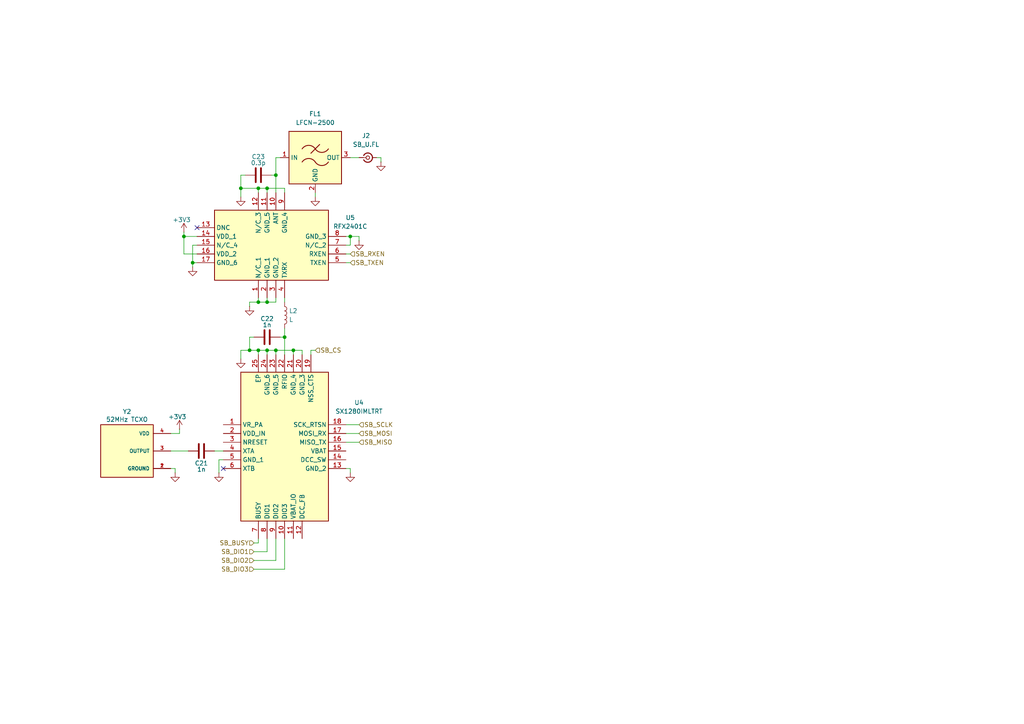
<source format=kicad_sch>
(kicad_sch (version 20250114) (generator "eeschema") (generator_version "9.0")
  (paper "A4")
  (lib_symbols
    (symbol "Connector:Conn_Coaxial_Small" (pin_numbers (hide yes)) (pin_names (offset 1.016) (hide yes))
      (property "Reference" "J" (at 0.254 3.048 0))
      (property "Value" "Conn_Coaxial_Small" (at 0 -3.81 0))
      (symbol "Conn_Coaxial_Small_0_1"
        (polyline (pts (xy -2.54 0) (xy -0.508 0)))
        (circle (center 0 0) (radius 0.508) (stroke (width 0.2032)))
      )
      (symbol "Conn_Coaxial_Small_1_1"
        (arc (start 1.3484 0.0039) (mid 0.327 -1.308) (end -1.1916 -0.6311) (stroke (width 0.3048)))
        (arc (start -1.1916 0.6311) (mid 0.327 1.3081) (end 1.3484 -0.0039) (stroke (width 0.3048)))
        (pin passive line (at -2.54 0 0) (length 1.27) (name "In") (number "1"))
        (pin passive line (at 2.54 0 180) (length 1.27) (name "Ext") (number "2"))
      )
    )
    (symbol "Device:C" (pin_numbers (hide yes)) (pin_names (offset 0.254))
      (property "Reference" "C" (at 0.635 2.54 0))
      (property "Value" "C" (at 0.635 -2.54 0))
      (symbol "C_0_1"
        (polyline (pts (xy -2.032 0.762) (xy 2.032 0.762)) (stroke (width 0.508)))
        (polyline (pts (xy -2.032 -0.762) (xy 2.032 -0.762)) (stroke (width 0.508)))
      )
      (symbol "C_1_1"
        (pin passive line (at 0 3.81 270) (length 2.794) (name "~") (number "1"))
        (pin passive line (at 0 -3.81 90) (length 2.794) (name "~") (number "2"))
      )
    )
    (symbol "Device:L" (pin_numbers (hide yes)) (pin_names (offset 1.016) (hide yes))
      (property "Reference" "L" (at -1.27 0 90))
      (property "Value" "L" (at 1.905 0 90))
      (symbol "L_0_1"
        (arc (start 0 2.54) (mid 0.6323 1.905) (end 0 1.27))
        (arc (start 0 1.27) (mid 0.6323 0.635) (end 0 0))
        (arc (start 0 0) (mid 0.6323 -0.635) (end 0 -1.27))
        (arc (start 0 -1.27) (mid 0.6323 -1.905) (end 0 -2.54))
      )
      (symbol "L_1_1"
        (pin passive line (at 0 3.81 270) (length 1.27) (name "1") (number "1"))
        (pin passive line (at 0 -3.81 90) (length 1.27) (name "2") (number "2"))
      )
    )
    (symbol "ECS-TXO-20CSMV4-520-AN-TR:ECS-TXO-20CSMV4-320-AY-TR" (pin_names (offset 1.016))
      (property "Reference" "Y" (at -7.62 8.255 0))
      (property "Value" "ECS-TXO-20CSMV4-320-AY-TR" (at -7.62 -10.16 0))
      (symbol "ECS-TXO-20CSMV4-320-AY-TR_0_0"
        (rectangle (start -7.62 -7.62) (end 7.62 7.62) (stroke (width 0.254)) (fill (type background)))
        (pin power_in line (at 12.7 5.08 180) (length 5.08) (name "VDD") (number "4"))
        (pin output line (at 12.7 0 180) (length 5.08) (name "OUTPUT") (number "3"))
        (pin power_in line (at 12.7 -5.08 180) (length 5.08) (name "GROUND") (number "1"))
        (pin power_in line (at 12.7 -5.08 180) (length 5.08) (name "GROUND") (number "2"))
      )
    )
    (symbol "RF_Filter:LFCN-2500"
      (property "Reference" "FL" (at 0 10.795 0))
      (property "Value" "LFCN-2500" (at 0 8.89 0))
      (symbol "LFCN-2500_0_1"
        (rectangle (start -7.62 7.62) (end 7.62 -7.62) (stroke (width 0.254)) (fill (type background)))
        (arc (start -3.81 2.54) (mid -1.905 3.5595) (end 0 2.54) (stroke (width 0.254)))
        (arc (start -3.81 -1.27) (mid -1.905 -0.2505) (end 0 -1.27) (stroke (width 0.254)))
        (polyline (pts (xy -1.27 1.27) (xy 1.27 3.81)) (stroke (width 0.254)))
        (arc (start 3.81 2.54) (mid 1.905 1.5205) (end 0 2.54) (stroke (width 0.254)))
        (arc (start 3.81 -1.27) (mid 1.905 -2.2895) (end 0 -1.27) (stroke (width 0.254)))
      )
      (symbol "LFCN-2500_1_1"
        (pin passive line (at -10.16 0 0) (length 2.54) (name "IN") (number "1"))
        (pin passive line (at 0 -10.16 90) (length 2.54) (name "GND") (number "2"))
        (pin passive line (at 0 -10.16 90) (length 2.54) (hide yes) (name "GND") (number "4"))
        (pin passive line (at 10.16 0 180) (length 2.54) (name "OUT") (number "3"))
      )
    )
    (symbol "SamacSys_Parts:RFX2401C"
      (property "Reference" "IC" (at 26.67 17.78 0))
      (property "Value" "RFX2401C" (at 26.67 15.24 0))
      (symbol "RFX2401C_1_1"
        (rectangle (start 5.08 12.7) (end 25.4 -20.32) (stroke (width 0.254)) (fill (type background)))
        (pin passive line (at 0 0 0) (length 5.08) (name "N/C_1") (number "1"))
        (pin passive line (at 0 -2.54 0) (length 5.08) (name "GND_1") (number "2"))
        (pin passive line (at 0 -5.08 0) (length 5.08) (name "GND_2") (number "3"))
        (pin passive line (at 0 -7.62 0) (length 5.08) (name "TXRX") (number "4"))
        (pin passive line (at 10.16 17.78 270) (length 5.08) (name "GND_6") (number "17"))
        (pin passive line (at 10.16 -25.4 90) (length 5.08) (name "TXEN") (number "5"))
        (pin passive line (at 12.7 17.78 270) (length 5.08) (name "VDD_2") (number "16"))
        (pin passive line (at 12.7 -25.4 90) (length 5.08) (name "RXEN") (number "6"))
        (pin passive line (at 15.24 17.78 270) (length 5.08) (name "N/C_4") (number "15"))
        (pin passive line (at 15.24 -25.4 90) (length 5.08) (name "N/C_2") (number "7"))
        (pin passive line (at 17.78 17.78 270) (length 5.08) (name "VDD_1") (number "14"))
        (pin passive line (at 17.78 -25.4 90) (length 5.08) (name "GND_3") (number "8"))
        (pin passive line (at 20.32 17.78 270) (length 5.08) (name "DNC") (number "13"))
        (pin passive line (at 30.48 0 180) (length 5.08) (name "N/C_3") (number "12"))
        (pin passive line (at 30.48 -2.54 180) (length 5.08) (name "GND_5") (number "11"))
        (pin passive line (at 30.48 -5.08 180) (length 5.08) (name "ANT") (number "10"))
        (pin passive line (at 30.48 -7.62 180) (length 5.08) (name "GND_4") (number "9"))
      )
    )
    (symbol "SamacSys_Parts:SX1280IMLTRT"
      (property "Reference" "IC" (at 31.75 20.32 0))
      (property "Value" "SX1280IMLTRT" (at 31.75 17.78 0))
      (symbol "SX1280IMLTRT_1_1"
        (rectangle (start 5.08 15.24) (end 30.48 -27.94) (stroke (width 0.254)) (fill (type background)))
        (pin passive line (at 0 0 0) (length 5.08) (name "VR_PA") (number "1"))
        (pin passive line (at 0 -2.54 0) (length 5.08) (name "VDD_IN") (number "2"))
        (pin passive line (at 0 -5.08 0) (length 5.08) (name "NRESET") (number "3"))
        (pin passive line (at 0 -7.62 0) (length 5.08) (name "XTA") (number "4"))
        (pin passive line (at 0 -10.16 0) (length 5.08) (name "GND_1") (number "5"))
        (pin passive line (at 0 -12.7 0) (length 5.08) (name "XTB") (number "6"))
        (pin passive line (at 10.16 20.32 270) (length 5.08) (name "EP") (number "25"))
        (pin passive line (at 10.16 -33.02 90) (length 5.08) (name "BUSY") (number "7"))
        (pin passive line (at 12.7 20.32 270) (length 5.08) (name "GND_6") (number "24"))
        (pin passive line (at 12.7 -33.02 90) (length 5.08) (name "DIO1") (number "8"))
        (pin passive line (at 15.24 20.32 270) (length 5.08) (name "GND_5") (number "23"))
        (pin passive line (at 15.24 -33.02 90) (length 5.08) (name "DIO2") (number "9"))
        (pin passive line (at 17.78 20.32 270) (length 5.08) (name "RFIO") (number "22"))
        (pin passive line (at 17.78 -33.02 90) (length 5.08) (name "DIO3") (number "10"))
        (pin passive line (at 20.32 20.32 270) (length 5.08) (name "GND_4") (number "21"))
        (pin passive line (at 20.32 -33.02 90) (length 5.08) (name "VBAT_IO") (number "11"))
        (pin passive line (at 22.86 20.32 270) (length 5.08) (name "GND_3") (number "20"))
        (pin passive line (at 22.86 -33.02 90) (length 5.08) (name "DCC_FB") (number "12"))
        (pin passive line (at 25.4 20.32 270) (length 5.08) (name "NSS_CTS") (number "19"))
        (pin passive line (at 35.56 0 180) (length 5.08) (name "SCK_RTSN") (number "18"))
        (pin passive line (at 35.56 -2.54 180) (length 5.08) (name "MOSI_RX") (number "17"))
        (pin passive line (at 35.56 -5.08 180) (length 5.08) (name "MISO_TX") (number "16"))
        (pin passive line (at 35.56 -7.62 180) (length 5.08) (name "VBAT") (number "15"))
        (pin passive line (at 35.56 -10.16 180) (length 5.08) (name "DCC_SW") (number "14"))
        (pin passive line (at 35.56 -12.7 180) (length 5.08) (name "GND_2") (number "13"))
      )
    )
    (symbol "power:+3V3" (power) (pin_numbers (hide yes)) (pin_names (offset 0) (hide yes))
      (property "Value" "+3V3" (at 0 3.556 0))
      (symbol "+3V3_0_1"
        (polyline (pts (xy -0.762 1.27) (xy 0 2.54)))
        (polyline (pts (xy 0 2.54) (xy 0.762 1.27)))
        (polyline (pts (xy 0 0) (xy 0 2.54)))
      )
      (symbol "+3V3_1_1"
        (pin power_in line (at 0 0 90) (length 0) (name "~") (number "1"))
      )
    )
    (symbol "power:GND" (power) (pin_numbers (hide yes)) (pin_names (offset 0) (hide yes))
      (property "Value" "GND" (at 0 -3.81 0))
      (symbol "GND_0_1"
        (polyline (pts (xy 0 0) (xy 0 -1.27) (xy 1.27 -1.27) (xy 0 -2.54) (xy -1.27 -1.27) (xy 0 -1.27)))
      )
      (symbol "GND_1_1"
        (pin power_in line (at 0 0 270) (length 0) (name "~") (number "1"))
      )
    )
  )
  (junction (at 77.47 87.63))
  (junction (at 80.01 50.8))
  (junction (at 53.34 68.58))
  (junction (at 74.93 54.61))
  (junction (at 77.47 101.6))
  (junction (at 77.47 54.61))
  (junction (at 82.55 97.79))
  (junction (at 55.88 76.2))
  (junction (at 74.93 101.6))
  (junction (at 80.01 101.6))
  (junction (at 72.39 101.6))
  (junction (at 74.93 87.63))
  (junction (at 85.09 101.6))
  (junction (at 69.85 54.61))
  (junction (at 101.6 68.58))
  (no_connect (at 64.77 135.89))
  (no_connect (at 57.15 66.04))
  (wire (pts (xy 77.47 86.36) (xy 77.47 87.63)))
  (wire (pts (xy 74.93 86.36) (xy 74.93 87.63)))
  (wire (pts (xy 63.5 137.16) (xy 63.5 133.35)))
  (wire (pts (xy 101.6 137.16) (xy 101.6 135.89)))
  (wire (pts (xy 69.85 50.8) (xy 69.85 54.61)))
  (wire (pts (xy 74.93 54.61) (xy 77.47 54.61)))
  (wire (pts (xy 74.93 54.61) (xy 74.93 55.88)))
  (wire (pts (xy 82.55 97.79) (xy 82.55 102.87)))
  (wire (pts (xy 77.47 54.61) (xy 82.55 54.61)))
  (wire (pts (xy 73.66 97.79) (xy 72.39 97.79)))
  (wire (pts (xy 69.85 101.6) (xy 69.85 104.14)))
  (wire (pts (xy 100.33 123.19) (xy 104.14 123.19)))
  (wire (pts (xy 73.66 160.02) (xy 77.47 160.02)))
  (wire (pts (xy 80.01 87.63) (xy 77.47 87.63)))
  (wire (pts (xy 82.55 95.25) (xy 82.55 97.79)))
  (wire (pts (xy 81.28 45.72) (xy 80.01 45.72)))
  (wire (pts (xy 80.01 101.6) (xy 77.47 101.6)))
  (wire (pts (xy 80.01 86.36) (xy 80.01 87.63)))
  (wire (pts (xy 100.33 125.73) (xy 104.14 125.73)))
  (wire (pts (xy 53.34 73.66) (xy 53.34 68.58)))
  (wire (pts (xy 80.01 50.8) (xy 78.74 50.8)))
  (wire (pts (xy 50.8 135.89) (xy 49.53 135.89)))
  (wire (pts (xy 77.47 101.6) (xy 74.93 101.6)))
  (wire (pts (xy 77.47 87.63) (xy 74.93 87.63)))
  (wire (pts (xy 87.63 101.6) (xy 85.09 101.6)))
  (wire (pts (xy 101.6 68.58) (xy 101.6 71.12)))
  (wire (pts (xy 52.07 125.73) (xy 52.07 124.46)))
  (wire (pts (xy 104.14 68.58) (xy 104.14 69.85)))
  (wire (pts (xy 69.85 54.61) (xy 74.93 54.61)))
  (wire (pts (xy 57.15 73.66) (xy 53.34 73.66)))
  (wire (pts (xy 110.49 45.72) (xy 109.22 45.72)))
  (wire (pts (xy 73.66 162.56) (xy 80.01 162.56)))
  (wire (pts (xy 50.8 137.16) (xy 50.8 135.89)))
  (wire (pts (xy 77.47 102.87) (xy 77.47 101.6)))
  (wire (pts (xy 100.33 128.27) (xy 104.14 128.27)))
  (wire (pts (xy 77.47 160.02) (xy 77.47 156.21)))
  (wire (pts (xy 55.88 77.47) (xy 55.88 76.2)))
  (wire (pts (xy 80.01 55.88) (xy 80.01 50.8)))
  (wire (pts (xy 49.53 130.81) (xy 54.61 130.81)))
  (wire (pts (xy 85.09 102.87) (xy 85.09 101.6)))
  (wire (pts (xy 82.55 97.79) (xy 81.28 97.79)))
  (wire (pts (xy 80.01 102.87) (xy 80.01 101.6)))
  (wire (pts (xy 110.49 46.99) (xy 110.49 45.72)))
  (wire (pts (xy 57.15 71.12) (xy 55.88 71.12)))
  (wire (pts (xy 72.39 87.63) (xy 72.39 88.9)))
  (wire (pts (xy 69.85 50.8) (xy 71.12 50.8)))
  (wire (pts (xy 74.93 87.63) (xy 72.39 87.63)))
  (wire (pts (xy 77.47 54.61) (xy 77.47 55.88)))
  (wire (pts (xy 101.6 71.12) (xy 100.33 71.12)))
  (wire (pts (xy 101.6 135.89) (xy 100.33 135.89)))
  (wire (pts (xy 72.39 101.6) (xy 69.85 101.6)))
  (wire (pts (xy 63.5 133.35) (xy 64.77 133.35)))
  (wire (pts (xy 101.6 45.72) (xy 104.14 45.72)))
  (wire (pts (xy 82.55 86.36) (xy 82.55 87.63)))
  (wire (pts (xy 53.34 68.58) (xy 57.15 68.58)))
  (wire (pts (xy 80.01 101.6) (xy 85.09 101.6)))
  (wire (pts (xy 72.39 97.79) (xy 72.39 101.6)))
  (wire (pts (xy 80.01 45.72) (xy 80.01 50.8)))
  (wire (pts (xy 62.23 130.81) (xy 64.77 130.81)))
  (wire (pts (xy 100.33 73.66) (xy 101.6 73.66)))
  (wire (pts (xy 104.14 68.58) (xy 101.6 68.58)))
  (wire (pts (xy 82.55 54.61) (xy 82.55 55.88)))
  (wire (pts (xy 74.93 101.6) (xy 72.39 101.6)))
  (wire (pts (xy 69.85 57.15) (xy 69.85 54.61)))
  (wire (pts (xy 100.33 68.58) (xy 101.6 68.58)))
  (wire (pts (xy 53.34 67.31) (xy 53.34 68.58)))
  (wire (pts (xy 74.93 101.6) (xy 74.93 102.87)))
  (wire (pts (xy 80.01 162.56) (xy 80.01 156.21)))
  (wire (pts (xy 90.17 101.6) (xy 91.44 101.6)))
  (wire (pts (xy 91.44 57.15) (xy 91.44 55.88)))
  (wire (pts (xy 74.93 156.21) (xy 74.93 157.48)))
  (wire (pts (xy 55.88 76.2) (xy 57.15 76.2)))
  (wire (pts (xy 90.17 102.87) (xy 90.17 101.6)))
  (wire (pts (xy 74.93 157.48) (xy 73.66 157.48)))
  (wire (pts (xy 87.63 102.87) (xy 87.63 101.6)))
  (wire (pts (xy 100.33 76.2) (xy 101.6 76.2)))
  (wire (pts (xy 82.55 156.21) (xy 82.55 165.1)))
  (wire (pts (xy 52.07 125.73) (xy 49.53 125.73)))
  (wire (pts (xy 82.55 165.1) (xy 73.66 165.1)))
  (wire (pts (xy 55.88 71.12) (xy 55.88 76.2)))
  (hierarchical_label "SB_DIO1" (shape input) (at 73.66 160.02 180))
  (hierarchical_label "SB_RXEN" (shape input) (at 101.6 73.66 0))
  (hierarchical_label "SB_MOSI" (shape input) (at 104.14 125.73 0))
  (hierarchical_label "SB_DIO3" (shape input) (at 73.66 165.1 180))
  (hierarchical_label "SB_BUSY" (shape input) (at 73.66 157.48 180))
  (hierarchical_label "SB_DIO2" (shape input) (at 73.66 162.56 180))
  (hierarchical_label "SB_CS" (shape input) (at 91.44 101.6 0))
  (hierarchical_label "SB_TXEN" (shape input) (at 101.6 76.2 0))
  (hierarchical_label "SB_SCLK" (shape input) (at 104.14 123.19 0))
  (hierarchical_label "SB_MISO" (shape input) (at 104.14 128.27 0))
  (symbol (lib_id "power:GND") (at 110.49 46.99 0) (unit 1)
    (property "Reference" "#PWR038" (effects (hide yes)))
    (property "Value" "GND" (effects (hide yes)))
    (property "Description" "Power symbol creates a global label with name \"GND\" , ground" (effects (hide yes)))
  )
  (symbol (lib_id "power:GND") (at 101.6 137.16 0) (unit 1)
    (property "Reference" "#PWR029" (effects (hide yes)))
    (property "Value" "GND" (effects (hide yes)))
    (property "Description" "Power symbol creates a global label with name \"GND\" , ground" (effects (hide yes)))
  )
  (symbol (lib_id "power:GND") (at 104.14 69.85 0) (unit 1)
    (property "Reference" "#PWR033" (effects (hide yes)))
    (property "Value" "GND" (effects (hide yes)))
    (property "Description" "Power symbol creates a global label with name \"GND\" , ground" (effects (hide yes)))
  )
  (symbol (lib_id "Connector:Conn_Coaxial_Small") (at 106.68 45.72 0) (unit 1)
    (property "Reference" "J2" (at 106.1604 39.37 0))
    (property "Value" "SB_U.FL" (at 106.1604 41.91 0))
    (property "Footprint" "Connector_Coaxial:U.FL_Molex_MCRF_73412-0110_Vertical" (effects (hide yes)))
    (property "Description" "small coaxial connector (BNC, SMA, SMB, SMC, Cinch/RCA, LEMO, ...)" (effects (hide yes)))
  )
  (symbol (lib_id "power:+3V3") (at 52.07 124.46 0) (unit 1)
    (property "Reference" "#PWR030" (effects (hide yes)))
    (property "Value" "+3V3" (at 48.768 120.904 0) (effects (justify left)))
    (property "Description" "Power symbol creates a global label with name \"+3V3\"" (effects (hide yes)))
  )
  (symbol (lib_id "power:GND") (at 55.88 77.47 0) (unit 1)
    (property "Reference" "#PWR034" (effects (hide yes)))
    (property "Value" "GND" (effects (hide yes)))
    (property "Description" "Power symbol creates a global label with name \"GND\" , ground" (effects (hide yes)))
  )
  (symbol (lib_id "power:GND") (at 91.44 57.15 0) (unit 1)
    (property "Reference" "#PWR037" (effects (hide yes)))
    (property "Value" "GND" (effects (hide yes)))
    (property "Description" "Power symbol creates a global label with name \"GND\" , ground" (effects (hide yes)))
  )
  (symbol (lib_id "ECS-TXO-20CSMV4-520-AN-TR:ECS-TXO-20CSMV4-320-AY-TR") (at 36.83 130.81 0) (unit 1)
    (property "Reference" "Y2" (at 36.83 119.38 0))
    (property "Value" "52MHz TCXO" (at 36.83 121.666 0))
    (property "Footprint" "ECS-TXO-20CSMV4:OSC_ECS-TXO-20CSMV4-520-AN-TR" (effects (hide yes)))
  )
  (symbol (lib_id "Device:C") (at 77.47 97.79 270) (unit 1)
    (property "Reference" "C22" (at 77.47 92.456 90))
    (property "Value" "1n" (at 77.47 94.234 90))
    (property "Footprint" "Capacitor_SMD:C_0402_1005Metric_Pad0.74x0.62mm_HandSolder" (effects (hide yes)))
    (property "Description" "Unpolarized capacitor" (effects (hide yes)))
  )
  (symbol (lib_id "SamacSys_Parts:SX1280IMLTRT") (at 64.77 123.19 0) (unit 1)
    (property "Reference" "U4" (at 104.14 116.7698 0))
    (property "Value" "SX1280IMLTRT" (at 104.14 119.3098 0))
    (property "Footprint" "QFN50P400X400X100-25N-D" (effects (hide yes)))
    (property "Datasheet" "https://datasheet.datasheetarchive.com/originals/distributors/DKDS-37/728740.pdf" (effects (hide yes)))
    (property "Description" "RF Transceiver Long range 2.4 GHz Wireless Transceiver" (effects (hide yes)))
    (property "Height" "1" (effects (hide yes)))
    (property "Mouser Part Number" "947-SX1280IMLTRT" (effects (hide yes)))
    (property "Mouser Price/Stock" "https://www.mouser.co.uk/ProductDetail/Semtech/SX1280IMLTRT?qs=5aG0NVq1C4xuoq8G6ZzdxQ%3D%3D" (effects (hide yes)))
    (property "Manufacturer_Name" "SEMTECH" (effects (hide yes)))
    (property "Manufacturer_Part_Number" "SX1280IMLTRT" (effects (hide yes)))
  )
  (symbol (lib_id "SamacSys_Parts:RFX2401C") (at 74.93 86.36 90) (unit 1)
    (property "Reference" "U5" (at 101.6 63.1346 90))
    (property "Value" "RFX2401C" (at 101.6 65.6746 90))
    (property "Footprint" "QFN50P300X300X60-17N-D" (effects (hide yes)))
    (property "Description" "RF Front End 2.4GHz ZigBee/ISM RFeIC PA+LNA+SPDT" (effects (hide yes)))
    (property "Height" "0.6" (effects (hide yes)))
    (property "Mouser Part Number" "477-RFX2401C" (effects (hide yes)))
    (property "Mouser Price/Stock" "https://www.mouser.co.uk/ProductDetail/Skyworks-Solutions-Inc/RFX2401C?qs=dBWc1juS%252B3ydEXrKsuxQ7A%3D%3D" (effects (hide yes)))
    (property "Manufacturer_Name" "Skyworks" (effects (hide yes)))
    (property "Manufacturer_Part_Number" "RFX2401C" (effects (hide yes)))
  )
  (symbol (lib_id "RF_Filter:LFCN-2500") (at 91.44 45.72 0) (unit 1)
    (property "Reference" "FL1" (at 91.44 33.02 0))
    (property "Value" "LFCN-2500" (at 91.44 35.56 0))
    (property "Footprint" "Filter:Filter_Mini-Circuits_FV1206" (effects (hide yes)))
    (property "Datasheet" "https://www.minicircuits.com/pdfs/LFCN-2500+.pdf" (effects (hide yes)))
    (property "Description" "2500MHz 50 Ohm Passive Low Pass Filter, FV1206" (effects (hide yes)))
  )
  (symbol (lib_id "power:+3V3") (at 53.34 67.31 0) (unit 1)
    (property "Reference" "#PWR035" (effects (hide yes)))
    (property "Value" "+3V3" (at 50.038 63.754 0) (effects (justify left)))
    (property "Description" "Power symbol creates a global label with name \"+3V3\"" (effects (hide yes)))
  )
  (symbol (lib_id "Device:C") (at 74.93 50.8 270) (unit 1)
    (property "Reference" "C23" (at 74.93 45.466 90))
    (property "Value" "0.3p" (at 74.93 47.244 90))
    (property "Footprint" "Capacitor_SMD:C_0603_1608Metric_Pad1.08x0.95mm_HandSolder" (effects (hide yes)))
    (property "Description" "Unpolarized capacitor" (effects (hide yes)))
  )
  (symbol (lib_id "power:GND") (at 69.85 104.14 0) (unit 1)
    (property "Reference" "#PWR027" (effects (hide yes)))
    (property "Value" "GND" (effects (hide yes)))
    (property "Description" "Power symbol creates a global label with name \"GND\" , ground" (effects (hide yes)))
  )
  (symbol (lib_id "Device:L") (at 82.55 91.44 0) (unit 1)
    (property "Reference" "L2" (at 83.82 90.1699 0) (effects (justify left)))
    (property "Value" "L" (at 83.82 92.7099 0) (effects (justify left)))
    (property "Footprint" "Inductor_SMD:L_0402_1005Metric_Pad0.77x0.64mm_HandSolder" (effects (hide yes)))
    (property "Description" "Inductor" (effects (hide yes)))
  )
  (symbol (lib_id "power:GND") (at 63.5 137.16 0) (unit 1)
    (property "Reference" "#PWR028" (effects (hide yes)))
    (property "Value" "GND" (effects (hide yes)))
    (property "Description" "Power symbol creates a global label with name \"GND\" , ground" (effects (hide yes)))
  )
  (symbol (lib_id "Device:C") (at 58.42 130.81 270) (unit 1)
    (property "Reference" "C21" (at 58.42 134.366 90))
    (property "Value" "1n" (at 58.42 136.144 90))
    (property "Footprint" "Capacitor_SMD:C_0603_1608Metric_Pad1.08x0.95mm_HandSolder" (effects (hide yes)))
    (property "Description" "Unpolarized capacitor" (effects (hide yes)))
  )
  (symbol (lib_id "power:GND") (at 69.85 57.15 0) (unit 1)
    (property "Reference" "#PWR036" (effects (hide yes)))
    (property "Value" "GND" (effects (hide yes)))
    (property "Description" "Power symbol creates a global label with name \"GND\" , ground" (effects (hide yes)))
  )
  (symbol (lib_id "power:GND") (at 50.8 137.16 0) (unit 1)
    (property "Reference" "#PWR031" (effects (hide yes)))
    (property "Value" "GND" (effects (hide yes)))
    (property "Description" "Power symbol creates a global label with name \"GND\" , ground" (effects (hide yes)))
  )
  (symbol (lib_id "power:GND") (at 72.39 88.9 0) (unit 1)
    (property "Reference" "#PWR032" (effects (hide yes)))
    (property "Value" "GND" (effects (hide yes)))
    (property "Description" "Power symbol creates a global label with name \"GND\" , ground" (effects (hide yes)))
  )
)
</source>
